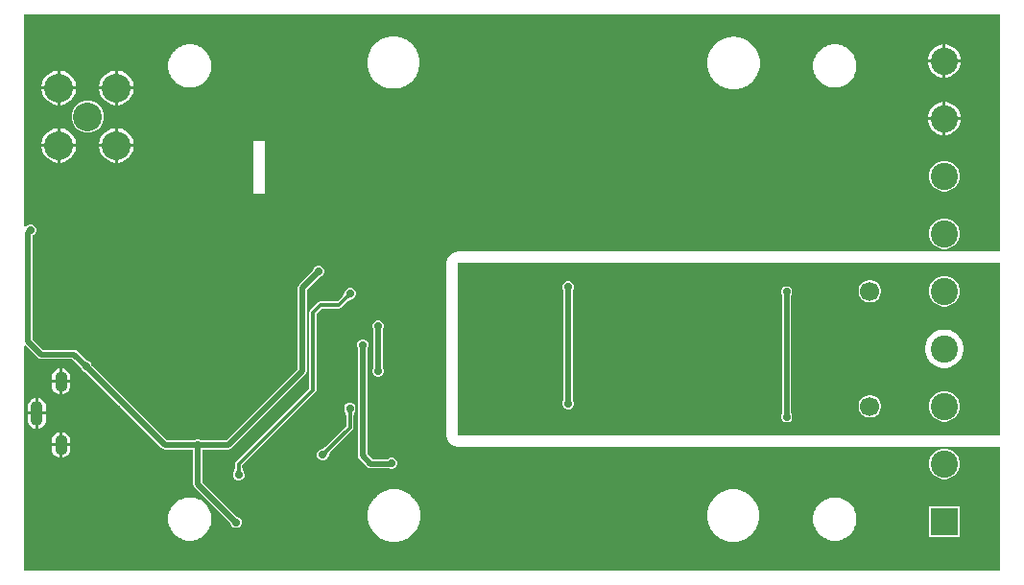
<source format=gbl>
G04*
G04 #@! TF.GenerationSoftware,Altium Limited,Altium Designer,24.3.1 (35)*
G04*
G04 Layer_Physical_Order=4*
G04 Layer_Color=16711680*
%FSLAX25Y25*%
%MOIN*%
G70*
G04*
G04 #@! TF.SameCoordinates,DD40E729-4839-4357-B32C-C6A01C06D7B0*
G04*
G04*
G04 #@! TF.FilePolarity,Positive*
G04*
G01*
G75*
%ADD18C,0.00236*%
%ADD74C,0.06693*%
%ADD78C,0.01968*%
%ADD84C,0.01181*%
%ADD85O,0.04331X0.08661*%
%ADD86O,0.04331X0.07087*%
%ADD87C,0.09449*%
%ADD88R,0.09449X0.09449*%
%ADD89C,0.10000*%
%ADD90C,0.02756*%
G36*
X-175291Y75240D02*
X-363576D01*
Y135118D01*
X-175291D01*
Y75240D01*
D02*
G37*
G36*
Y139089D02*
X-363576D01*
X-364604Y138954D01*
X-365562Y138557D01*
X-366384Y137926D01*
X-367015Y137104D01*
X-367412Y136146D01*
X-367547Y135118D01*
Y75240D01*
X-367412Y74212D01*
X-367015Y73254D01*
X-366384Y72432D01*
X-365562Y71801D01*
X-364604Y71404D01*
X-363576Y71269D01*
X-175291D01*
Y28076D01*
X-514206D01*
Y106228D01*
X-513706Y106435D01*
X-509521Y102251D01*
X-509521Y102251D01*
X-509000Y101902D01*
X-508386Y101780D01*
X-508386Y101780D01*
X-497555D01*
X-494803Y99028D01*
Y98939D01*
X-494503Y98216D01*
X-493950Y97662D01*
X-493226Y97362D01*
X-493137D01*
X-466553Y70778D01*
X-466553Y70778D01*
X-466032Y70430D01*
X-465418Y70308D01*
X-465418Y70308D01*
X-455567D01*
Y58331D01*
X-455567Y58331D01*
X-455444Y57717D01*
X-455096Y57196D01*
X-442638Y44737D01*
Y44648D01*
X-442338Y43924D01*
X-441784Y43371D01*
X-441061Y43071D01*
X-440278D01*
X-439554Y43371D01*
X-439001Y43924D01*
X-438701Y44648D01*
Y45431D01*
X-439001Y46154D01*
X-439554Y46708D01*
X-440278Y47008D01*
X-440367D01*
X-452355Y58996D01*
Y70308D01*
X-443323D01*
X-443323Y70308D01*
X-442708Y70430D01*
X-442187Y70778D01*
X-416542Y96424D01*
X-416542Y96424D01*
X-416194Y96945D01*
X-416072Y97559D01*
Y125910D01*
X-411784Y130197D01*
X-411695D01*
X-410971Y130497D01*
X-410418Y131050D01*
X-410118Y131774D01*
Y132557D01*
X-410418Y133280D01*
X-410971Y133834D01*
X-411695Y134134D01*
X-412478D01*
X-413202Y133834D01*
X-413755Y133280D01*
X-414055Y132557D01*
Y132468D01*
X-418813Y127710D01*
X-419161Y127189D01*
X-419283Y126575D01*
X-419283Y126575D01*
Y98224D01*
X-443988Y73519D01*
X-452783D01*
X-452846Y73583D01*
X-453569Y73882D01*
X-454353D01*
X-455076Y73583D01*
X-455139Y73519D01*
X-464753D01*
X-490866Y99633D01*
Y99722D01*
X-491166Y100446D01*
X-491720Y100999D01*
X-492443Y101299D01*
X-492532D01*
X-495754Y104521D01*
X-496275Y104869D01*
X-496890Y104991D01*
X-496890Y104991D01*
X-507721D01*
X-511253Y108524D01*
Y144813D01*
X-510932Y144945D01*
X-510378Y145499D01*
X-510079Y146223D01*
Y147006D01*
X-510378Y147729D01*
X-510932Y148283D01*
X-511656Y148583D01*
X-512439D01*
X-513162Y148283D01*
X-513706Y147740D01*
X-513763Y147741D01*
X-514206Y147854D01*
Y221716D01*
X-175291D01*
Y139089D01*
D02*
G37*
%LPC*%
G36*
X-220033Y129291D02*
X-221070D01*
X-222071Y129023D01*
X-222969Y128505D01*
X-223702Y127772D01*
X-224220Y126874D01*
X-224488Y125873D01*
Y124836D01*
X-224220Y123835D01*
X-223702Y122937D01*
X-222969Y122204D01*
X-222071Y121686D01*
X-221070Y121417D01*
X-220033D01*
X-219032Y121686D01*
X-218134Y122204D01*
X-217401Y122937D01*
X-216882Y123835D01*
X-216614Y124836D01*
Y125873D01*
X-216882Y126874D01*
X-217401Y127772D01*
X-218134Y128505D01*
X-219032Y129023D01*
X-220033Y129291D01*
D02*
G37*
G36*
X-194025Y130669D02*
X-195424D01*
X-196776Y130307D01*
X-197988Y129607D01*
X-198977Y128618D01*
X-199677Y127406D01*
X-200039Y126054D01*
Y124655D01*
X-199677Y123303D01*
X-198977Y122091D01*
X-197988Y121101D01*
X-196776Y120402D01*
X-195424Y120039D01*
X-194025D01*
X-192673Y120402D01*
X-191461Y121101D01*
X-190471Y122091D01*
X-189772Y123303D01*
X-189409Y124655D01*
Y126054D01*
X-189772Y127406D01*
X-190471Y128618D01*
X-191461Y129607D01*
X-192673Y130307D01*
X-194025Y130669D01*
D02*
G37*
G36*
X-194065Y112047D02*
X-195384D01*
X-196677Y111790D01*
X-197895Y111285D01*
X-198991Y110553D01*
X-199923Y109621D01*
X-200656Y108525D01*
X-201160Y107307D01*
X-201417Y106014D01*
Y104695D01*
X-201160Y103402D01*
X-200656Y102184D01*
X-199923Y101088D01*
X-198991Y100156D01*
X-197895Y99423D01*
X-196677Y98919D01*
X-195384Y98661D01*
X-194065D01*
X-192772Y98919D01*
X-191554Y99423D01*
X-190458Y100156D01*
X-189526Y101088D01*
X-188793Y102184D01*
X-188289Y103402D01*
X-188031Y104695D01*
Y106014D01*
X-188289Y107307D01*
X-188793Y108525D01*
X-189526Y109621D01*
X-190458Y110553D01*
X-191554Y111285D01*
X-192772Y111790D01*
X-194065Y112047D01*
D02*
G37*
G36*
X-325002Y128740D02*
X-325785D01*
X-326509Y128440D01*
X-327063Y127887D01*
X-327362Y127163D01*
Y126380D01*
X-327063Y125657D01*
X-326849Y125443D01*
Y87549D01*
X-326944Y87454D01*
X-327244Y86730D01*
Y85947D01*
X-326944Y85224D01*
X-326391Y84670D01*
X-325667Y84370D01*
X-324884D01*
X-324161Y84670D01*
X-323607Y85224D01*
X-323307Y85947D01*
Y86730D01*
X-323607Y87454D01*
X-323637Y87484D01*
Y125868D01*
X-323425Y126380D01*
Y127163D01*
X-323725Y127887D01*
X-324279Y128440D01*
X-325002Y128740D01*
D02*
G37*
G36*
X-220033Y89291D02*
X-221070D01*
X-222071Y89023D01*
X-222969Y88505D01*
X-223702Y87772D01*
X-224220Y86874D01*
X-224488Y85873D01*
Y84836D01*
X-224220Y83835D01*
X-223702Y82937D01*
X-222969Y82204D01*
X-222071Y81686D01*
X-221070Y81417D01*
X-220033D01*
X-219032Y81686D01*
X-218134Y82204D01*
X-217401Y82937D01*
X-216882Y83835D01*
X-216614Y84836D01*
Y85873D01*
X-216882Y86874D01*
X-217401Y87772D01*
X-218134Y88505D01*
X-219032Y89023D01*
X-220033Y89291D01*
D02*
G37*
G36*
X-194025Y90669D02*
X-195424D01*
X-196776Y90307D01*
X-197988Y89607D01*
X-198977Y88618D01*
X-199677Y87406D01*
X-200039Y86054D01*
Y84655D01*
X-199677Y83303D01*
X-198977Y82091D01*
X-197988Y81101D01*
X-196776Y80402D01*
X-195424Y80039D01*
X-194025D01*
X-192673Y80402D01*
X-191461Y81101D01*
X-190471Y82091D01*
X-189772Y83303D01*
X-189409Y84655D01*
Y86054D01*
X-189772Y87406D01*
X-190471Y88618D01*
X-191461Y89607D01*
X-192673Y90307D01*
X-194025Y90669D01*
D02*
G37*
G36*
X-249097Y127047D02*
X-249880D01*
X-250603Y126748D01*
X-251157Y126194D01*
X-251457Y125470D01*
Y124687D01*
X-251157Y123964D01*
X-251094Y123900D01*
Y82911D01*
X-251157Y82847D01*
X-251457Y82124D01*
Y81341D01*
X-251157Y80617D01*
X-250603Y80063D01*
X-249880Y79764D01*
X-249097D01*
X-248373Y80063D01*
X-247819Y80617D01*
X-247520Y81341D01*
Y82124D01*
X-247819Y82847D01*
X-247883Y82911D01*
Y123900D01*
X-247819Y123964D01*
X-247520Y124687D01*
Y125470D01*
X-247819Y126194D01*
X-248373Y126748D01*
X-249097Y127047D01*
D02*
G37*
G36*
X-193971Y211079D02*
X-194224D01*
Y205854D01*
X-189000D01*
Y206108D01*
X-189390Y207564D01*
X-190144Y208869D01*
X-191209Y209935D01*
X-192515Y210689D01*
X-193971Y211079D01*
D02*
G37*
G36*
X-195224D02*
X-195478D01*
X-196934Y210689D01*
X-198239Y209935D01*
X-199305Y208869D01*
X-200059Y207564D01*
X-200449Y206108D01*
Y205854D01*
X-195224D01*
Y211079D01*
D02*
G37*
G36*
X-189000Y204854D02*
X-194224D01*
Y199630D01*
X-193971D01*
X-192515Y200020D01*
X-191209Y200774D01*
X-190144Y201839D01*
X-189390Y203145D01*
X-189000Y204601D01*
Y204854D01*
D02*
G37*
G36*
X-195224D02*
X-200449D01*
Y204601D01*
X-200059Y203145D01*
X-199305Y201839D01*
X-198239Y200774D01*
X-196934Y200020D01*
X-195478Y199630D01*
X-195224D01*
Y204854D01*
D02*
G37*
G36*
X-481614Y202063D02*
X-481705D01*
Y196563D01*
X-476205D01*
Y196654D01*
X-476435Y197813D01*
X-476888Y198905D01*
X-477544Y199888D01*
X-478380Y200724D01*
X-479363Y201380D01*
X-480455Y201832D01*
X-481614Y202063D01*
D02*
G37*
G36*
X-482705D02*
X-482796D01*
X-483955Y201832D01*
X-485047Y201380D01*
X-486029Y200724D01*
X-486865Y199888D01*
X-487522Y198905D01*
X-487974Y197813D01*
X-488205Y196654D01*
Y196563D01*
X-482705D01*
Y202063D01*
D02*
G37*
G36*
X-501614D02*
X-501705D01*
Y196563D01*
X-496205D01*
Y196654D01*
X-496435Y197813D01*
X-496888Y198905D01*
X-497544Y199888D01*
X-498380Y200724D01*
X-499363Y201380D01*
X-500455Y201832D01*
X-501614Y202063D01*
D02*
G37*
G36*
X-502705D02*
X-502796D01*
X-503955Y201832D01*
X-505047Y201380D01*
X-506030Y200724D01*
X-506865Y199888D01*
X-507522Y198905D01*
X-507974Y197813D01*
X-508205Y196654D01*
Y196563D01*
X-502705D01*
Y202063D01*
D02*
G37*
G36*
X-232159Y211147D02*
X-233322D01*
X-233477Y211117D01*
X-233635D01*
X-234776Y210890D01*
X-234922Y210829D01*
X-235078Y210798D01*
X-236152Y210353D01*
X-236284Y210265D01*
X-236430Y210205D01*
X-237397Y209558D01*
X-237509Y209447D01*
X-237640Y209359D01*
X-238463Y208536D01*
X-238551Y208405D01*
X-238663Y208293D01*
X-239309Y207326D01*
X-239369Y207179D01*
X-239457Y207048D01*
X-239902Y205973D01*
X-239933Y205818D01*
X-239994Y205672D01*
X-240221Y204531D01*
Y204373D01*
X-240252Y204218D01*
Y203055D01*
X-240221Y202900D01*
Y202741D01*
X-239994Y201600D01*
X-239933Y201454D01*
X-239902Y201299D01*
X-239457Y200224D01*
X-239369Y200093D01*
X-239309Y199947D01*
X-238663Y198980D01*
X-238551Y198868D01*
X-238463Y198736D01*
X-237640Y197914D01*
X-237509Y197826D01*
X-237397Y197714D01*
X-236430Y197068D01*
X-236284Y197007D01*
X-236152Y196919D01*
X-235078Y196474D01*
X-234922Y196443D01*
X-234776Y196383D01*
X-233635Y196156D01*
X-233477D01*
X-233322Y196125D01*
X-232159D01*
X-232004Y196156D01*
X-231846D01*
X-230705Y196383D01*
X-230559Y196443D01*
X-230403Y196474D01*
X-229329Y196919D01*
X-229197Y197007D01*
X-229051Y197068D01*
X-228084Y197714D01*
X-227972Y197826D01*
X-227841Y197914D01*
X-227018Y198736D01*
X-226930Y198868D01*
X-226818Y198980D01*
X-226172Y199947D01*
X-226112Y200093D01*
X-226024Y200224D01*
X-225578Y201299D01*
X-225548Y201454D01*
X-225487Y201600D01*
X-225260Y202741D01*
Y202900D01*
X-225229Y203055D01*
Y204218D01*
X-225260Y204373D01*
Y204531D01*
X-225487Y205672D01*
X-225548Y205818D01*
X-225578Y205973D01*
X-226024Y207048D01*
X-226112Y207179D01*
X-226172Y207326D01*
X-226818Y208293D01*
X-226930Y208405D01*
X-227018Y208536D01*
X-227841Y209359D01*
X-227972Y209447D01*
X-228084Y209558D01*
X-229051Y210205D01*
X-229197Y210265D01*
X-229329Y210353D01*
X-230403Y210798D01*
X-230559Y210829D01*
X-230705Y210890D01*
X-231846Y211117D01*
X-232004D01*
X-232159Y211147D01*
D02*
G37*
G36*
X-456175D02*
X-457338D01*
X-457493Y211117D01*
X-457651D01*
X-458792Y210890D01*
X-458938Y210829D01*
X-459093Y210798D01*
X-460168Y210353D01*
X-460299Y210265D01*
X-460446Y210205D01*
X-461413Y209558D01*
X-461525Y209447D01*
X-461656Y209359D01*
X-462479Y208536D01*
X-462567Y208405D01*
X-462678Y208293D01*
X-463325Y207326D01*
X-463385Y207179D01*
X-463473Y207048D01*
X-463918Y205973D01*
X-463949Y205818D01*
X-464010Y205672D01*
X-464236Y204531D01*
Y204373D01*
X-464267Y204218D01*
Y203055D01*
X-464236Y202900D01*
Y202741D01*
X-464010Y201600D01*
X-463949Y201454D01*
X-463918Y201299D01*
X-463473Y200224D01*
X-463385Y200093D01*
X-463325Y199947D01*
X-462678Y198980D01*
X-462567Y198868D01*
X-462479Y198736D01*
X-461656Y197914D01*
X-461525Y197826D01*
X-461413Y197714D01*
X-460446Y197068D01*
X-460299Y197007D01*
X-460168Y196919D01*
X-459093Y196474D01*
X-458938Y196443D01*
X-458792Y196383D01*
X-457651Y196156D01*
X-457493D01*
X-457338Y196125D01*
X-456175D01*
X-456019Y196156D01*
X-455861D01*
X-454720Y196383D01*
X-454574Y196443D01*
X-454419Y196474D01*
X-453344Y196919D01*
X-453213Y197007D01*
X-453067Y197068D01*
X-452100Y197714D01*
X-451988Y197826D01*
X-451856Y197914D01*
X-451034Y198736D01*
X-450946Y198868D01*
X-450834Y198980D01*
X-450188Y199947D01*
X-450127Y200093D01*
X-450039Y200224D01*
X-449594Y201299D01*
X-449563Y201454D01*
X-449503Y201600D01*
X-449276Y202741D01*
Y202900D01*
X-449245Y203055D01*
Y204218D01*
X-449276Y204373D01*
Y204531D01*
X-449503Y205672D01*
X-449563Y205818D01*
X-449594Y205973D01*
X-450039Y207048D01*
X-450127Y207179D01*
X-450188Y207326D01*
X-450834Y208293D01*
X-450946Y208405D01*
X-451034Y208536D01*
X-451856Y209359D01*
X-451988Y209447D01*
X-452100Y209558D01*
X-453067Y210205D01*
X-453213Y210265D01*
X-453344Y210353D01*
X-454419Y210798D01*
X-454574Y210829D01*
X-454720Y210890D01*
X-455861Y211117D01*
X-456019D01*
X-456175Y211147D01*
D02*
G37*
G36*
X-385285Y213952D02*
X-386763D01*
X-386918Y213921D01*
X-387076D01*
X-388526Y213633D01*
X-388672Y213572D01*
X-388827Y213541D01*
X-390192Y212976D01*
X-390324Y212888D01*
X-390470Y212827D01*
X-391699Y212006D01*
X-391811Y211894D01*
X-391942Y211806D01*
X-392987Y210761D01*
X-393075Y210630D01*
X-393187Y210518D01*
X-394008Y209289D01*
X-394069Y209143D01*
X-394157Y209011D01*
X-394722Y207646D01*
X-394753Y207491D01*
X-394814Y207345D01*
X-395102Y205895D01*
Y205737D01*
X-395133Y205582D01*
Y204103D01*
X-395102Y203948D01*
Y203790D01*
X-394814Y202341D01*
X-394753Y202194D01*
X-394722Y202039D01*
X-394157Y200674D01*
X-394069Y200542D01*
X-394008Y200396D01*
X-393187Y199167D01*
X-393075Y199055D01*
X-392987Y198924D01*
X-391942Y197879D01*
X-391811Y197791D01*
X-391699Y197679D01*
X-390470Y196858D01*
X-390324Y196797D01*
X-390192Y196710D01*
X-388827Y196144D01*
X-388672Y196113D01*
X-388526Y196053D01*
X-387076Y195764D01*
X-386918D01*
X-386763Y195733D01*
X-385285D01*
X-385129Y195764D01*
X-384971D01*
X-383522Y196053D01*
X-383376Y196113D01*
X-383220Y196144D01*
X-381855Y196710D01*
X-381723Y196797D01*
X-381577Y196858D01*
X-380348Y197679D01*
X-380237Y197791D01*
X-380105Y197879D01*
X-379060Y198924D01*
X-378972Y199055D01*
X-378860Y199167D01*
X-378039Y200396D01*
X-377978Y200542D01*
X-377891Y200674D01*
X-377325Y202039D01*
X-377294Y202194D01*
X-377234Y202341D01*
X-376945Y203790D01*
Y203948D01*
X-376914Y204103D01*
Y205582D01*
X-376945Y205737D01*
Y205895D01*
X-377234Y207345D01*
X-377294Y207491D01*
X-377325Y207646D01*
X-377891Y209011D01*
X-377978Y209143D01*
X-378039Y209289D01*
X-378860Y210518D01*
X-378972Y210630D01*
X-379060Y210761D01*
X-380105Y211806D01*
X-380237Y211894D01*
X-380348Y212006D01*
X-381577Y212827D01*
X-381723Y212888D01*
X-381855Y212976D01*
X-383220Y213541D01*
X-383376Y213572D01*
X-383522Y213633D01*
X-384971Y213921D01*
X-385129D01*
X-385285Y213952D01*
D02*
G37*
G36*
X-267174Y213755D02*
X-268652D01*
X-268808Y213724D01*
X-268966D01*
X-270415Y213436D01*
X-270562Y213375D01*
X-270717Y213344D01*
X-272082Y212779D01*
X-272214Y212691D01*
X-272360Y212630D01*
X-273589Y211809D01*
X-273700Y211697D01*
X-273832Y211610D01*
X-274877Y210564D01*
X-274965Y210433D01*
X-275077Y210321D01*
X-275898Y209092D01*
X-275958Y208946D01*
X-276046Y208814D01*
X-276612Y207449D01*
X-276643Y207294D01*
X-276703Y207148D01*
X-276992Y205698D01*
Y205540D01*
X-277023Y205385D01*
Y203907D01*
X-276992Y203751D01*
Y203593D01*
X-276703Y202144D01*
X-276643Y201998D01*
X-276612Y201842D01*
X-276046Y200477D01*
X-275958Y200345D01*
X-275898Y200199D01*
X-275077Y198970D01*
X-274965Y198859D01*
X-274877Y198727D01*
X-273832Y197682D01*
X-273700Y197594D01*
X-273589Y197482D01*
X-272360Y196661D01*
X-272214Y196600D01*
X-272082Y196513D01*
X-270717Y195947D01*
X-270562Y195916D01*
X-270415Y195856D01*
X-268966Y195567D01*
X-268808D01*
X-268652Y195536D01*
X-267174D01*
X-267019Y195567D01*
X-266861D01*
X-265411Y195856D01*
X-265265Y195916D01*
X-265110Y195947D01*
X-263745Y196513D01*
X-263613Y196600D01*
X-263467Y196661D01*
X-262238Y197482D01*
X-262126Y197594D01*
X-261995Y197682D01*
X-260950Y198727D01*
X-260862Y198859D01*
X-260750Y198970D01*
X-259929Y200199D01*
X-259868Y200345D01*
X-259780Y200477D01*
X-259215Y201842D01*
X-259184Y201998D01*
X-259123Y202144D01*
X-258835Y203593D01*
Y203751D01*
X-258804Y203907D01*
Y205385D01*
X-258835Y205540D01*
Y205698D01*
X-259123Y207148D01*
X-259184Y207294D01*
X-259215Y207449D01*
X-259780Y208814D01*
X-259868Y208946D01*
X-259929Y209092D01*
X-260750Y210321D01*
X-260862Y210433D01*
X-260950Y210564D01*
X-261995Y211610D01*
X-262126Y211697D01*
X-262238Y211809D01*
X-263467Y212630D01*
X-263613Y212691D01*
X-263745Y212779D01*
X-265110Y213344D01*
X-265265Y213375D01*
X-265411Y213436D01*
X-266861Y213724D01*
X-267019D01*
X-267174Y213755D01*
D02*
G37*
G36*
X-476205Y195563D02*
X-481705D01*
Y190063D01*
X-481614D01*
X-480455Y190294D01*
X-479363Y190746D01*
X-478380Y191402D01*
X-477544Y192238D01*
X-476888Y193221D01*
X-476435Y194313D01*
X-476205Y195472D01*
Y195563D01*
D02*
G37*
G36*
X-482705D02*
X-488205D01*
Y195472D01*
X-487974Y194313D01*
X-487522Y193221D01*
X-486865Y192238D01*
X-486029Y191402D01*
X-485047Y190746D01*
X-483955Y190294D01*
X-482796Y190063D01*
X-482705D01*
Y195563D01*
D02*
G37*
G36*
X-496205D02*
X-501705D01*
Y190063D01*
X-501614D01*
X-500455Y190294D01*
X-499363Y190746D01*
X-498380Y191402D01*
X-497544Y192238D01*
X-496888Y193221D01*
X-496435Y194313D01*
X-496205Y195472D01*
Y195563D01*
D02*
G37*
G36*
X-502705D02*
X-508205D01*
Y195472D01*
X-507974Y194313D01*
X-507522Y193221D01*
X-506865Y192238D01*
X-506030Y191402D01*
X-505047Y190746D01*
X-503955Y190294D01*
X-502796Y190063D01*
X-502705D01*
Y195563D01*
D02*
G37*
G36*
X-193971Y191079D02*
X-194224D01*
Y185854D01*
X-189000D01*
Y186108D01*
X-189390Y187564D01*
X-190144Y188869D01*
X-191209Y189935D01*
X-192515Y190689D01*
X-193971Y191079D01*
D02*
G37*
G36*
X-195224D02*
X-195478D01*
X-196934Y190689D01*
X-198239Y189935D01*
X-199305Y188869D01*
X-200059Y187564D01*
X-200449Y186108D01*
Y185854D01*
X-195224D01*
Y191079D01*
D02*
G37*
G36*
X-491469Y191654D02*
X-492941D01*
X-494363Y191273D01*
X-495637Y190536D01*
X-496678Y189496D01*
X-497414Y188221D01*
X-497795Y186799D01*
Y185327D01*
X-497414Y183905D01*
X-496678Y182630D01*
X-495637Y181589D01*
X-494363Y180853D01*
X-492941Y180472D01*
X-491469D01*
X-490047Y180853D01*
X-488772Y181589D01*
X-487731Y182630D01*
X-486995Y183905D01*
X-486614Y185327D01*
Y186799D01*
X-486995Y188221D01*
X-487731Y189496D01*
X-488772Y190536D01*
X-490047Y191273D01*
X-491469Y191654D01*
D02*
G37*
G36*
X-189000Y184854D02*
X-194224D01*
Y179630D01*
X-193971D01*
X-192515Y180020D01*
X-191209Y180774D01*
X-190144Y181840D01*
X-189390Y183145D01*
X-189000Y184601D01*
Y184854D01*
D02*
G37*
G36*
X-195224D02*
X-200449D01*
Y184601D01*
X-200059Y183145D01*
X-199305Y181840D01*
X-198239Y180774D01*
X-196934Y180020D01*
X-195478Y179630D01*
X-195224D01*
Y184854D01*
D02*
G37*
G36*
X-481614Y182063D02*
X-481705D01*
Y176563D01*
X-476205D01*
Y176654D01*
X-476435Y177813D01*
X-476888Y178905D01*
X-477544Y179888D01*
X-478380Y180724D01*
X-479363Y181380D01*
X-480455Y181832D01*
X-481614Y182063D01*
D02*
G37*
G36*
X-482705D02*
X-482796D01*
X-483955Y181832D01*
X-485047Y181380D01*
X-486029Y180724D01*
X-486865Y179888D01*
X-487522Y178905D01*
X-487974Y177813D01*
X-488205Y176654D01*
Y176563D01*
X-482705D01*
Y182063D01*
D02*
G37*
G36*
X-501614D02*
X-501705D01*
Y176563D01*
X-496205D01*
Y176654D01*
X-496435Y177813D01*
X-496888Y178905D01*
X-497544Y179888D01*
X-498380Y180724D01*
X-499363Y181380D01*
X-500455Y181832D01*
X-501614Y182063D01*
D02*
G37*
G36*
X-502705D02*
X-502796D01*
X-503955Y181832D01*
X-505047Y181380D01*
X-506030Y180724D01*
X-506865Y179888D01*
X-507522Y178905D01*
X-507974Y177813D01*
X-508205Y176654D01*
Y176563D01*
X-502705D01*
Y182063D01*
D02*
G37*
G36*
X-476205Y175563D02*
X-481705D01*
Y170063D01*
X-481614D01*
X-480455Y170294D01*
X-479363Y170746D01*
X-478380Y171403D01*
X-477544Y172238D01*
X-476888Y173221D01*
X-476435Y174313D01*
X-476205Y175472D01*
Y175563D01*
D02*
G37*
G36*
X-482705D02*
X-488205D01*
Y175472D01*
X-487974Y174313D01*
X-487522Y173221D01*
X-486865Y172238D01*
X-486029Y171403D01*
X-485047Y170746D01*
X-483955Y170294D01*
X-482796Y170063D01*
X-482705D01*
Y175563D01*
D02*
G37*
G36*
X-496205D02*
X-501705D01*
Y170063D01*
X-501614D01*
X-500455Y170294D01*
X-499363Y170746D01*
X-498380Y171403D01*
X-497544Y172238D01*
X-496888Y173221D01*
X-496435Y174313D01*
X-496205Y175472D01*
Y175563D01*
D02*
G37*
G36*
X-502705D02*
X-508205D01*
Y175472D01*
X-507974Y174313D01*
X-507522Y173221D01*
X-506865Y172238D01*
X-506030Y171403D01*
X-505047Y170746D01*
X-503955Y170294D01*
X-502796Y170063D01*
X-502705D01*
Y175563D01*
D02*
G37*
G36*
X-194025Y170669D02*
X-195424D01*
X-196776Y170307D01*
X-197988Y169607D01*
X-198977Y168618D01*
X-199677Y167406D01*
X-200039Y166054D01*
Y164655D01*
X-199677Y163303D01*
X-198977Y162091D01*
X-197988Y161101D01*
X-196776Y160402D01*
X-195424Y160039D01*
X-194025D01*
X-192673Y160402D01*
X-191461Y161101D01*
X-190471Y162091D01*
X-189772Y163303D01*
X-189409Y164655D01*
Y166054D01*
X-189772Y167406D01*
X-190471Y168618D01*
X-191461Y169607D01*
X-192673Y170307D01*
X-194025Y170669D01*
D02*
G37*
G36*
X-430630Y177638D02*
X-434571D01*
X-434619Y168411D01*
X-434571Y159191D01*
X-430630D01*
Y177638D01*
D02*
G37*
G36*
X-194025Y150669D02*
X-195424D01*
X-196776Y150307D01*
X-197988Y149607D01*
X-198977Y148618D01*
X-199677Y147406D01*
X-200039Y146054D01*
Y144655D01*
X-199677Y143303D01*
X-198977Y142091D01*
X-197988Y141101D01*
X-196776Y140402D01*
X-195424Y140039D01*
X-194025D01*
X-192673Y140402D01*
X-191461Y141101D01*
X-190471Y142091D01*
X-189772Y143303D01*
X-189409Y144655D01*
Y146054D01*
X-189772Y147406D01*
X-190471Y148618D01*
X-191461Y149607D01*
X-192673Y150307D01*
X-194025Y150669D01*
D02*
G37*
G36*
X-400632Y126496D02*
X-401415D01*
X-402139Y126196D01*
X-402692Y125643D01*
X-402905Y125128D01*
X-402947Y125103D01*
X-402956Y125090D01*
X-402969Y125082D01*
X-403048Y124964D01*
X-403131Y124850D01*
X-403134Y124834D01*
X-403143Y124821D01*
X-403171Y124682D01*
X-403204Y124545D01*
X-403206Y124480D01*
X-403210Y124453D01*
X-403217Y124422D01*
X-403229Y124387D01*
X-403247Y124346D01*
X-403273Y124298D01*
X-403308Y124244D01*
X-403352Y124184D01*
X-403408Y124118D01*
X-403489Y124032D01*
X-403567Y123909D01*
X-403648Y123787D01*
X-403650Y123777D01*
X-403656Y123768D01*
X-403681Y123623D01*
X-403693Y123561D01*
X-405499Y121755D01*
X-411457D01*
X-411917Y121664D01*
X-412308Y121403D01*
X-412308Y121403D01*
X-414867Y118844D01*
X-415128Y118453D01*
X-415220Y117992D01*
X-415220Y117992D01*
Y91562D01*
X-440655Y66127D01*
X-440916Y65736D01*
X-441007Y65276D01*
X-441007Y65276D01*
Y64027D01*
X-441043Y63974D01*
X-441127Y63855D01*
X-441129Y63845D01*
X-441135Y63836D01*
X-441164Y63692D01*
X-441196Y63550D01*
X-441199Y63432D01*
X-441207Y63347D01*
X-441218Y63273D01*
X-441231Y63210D01*
X-441247Y63158D01*
X-441263Y63116D01*
X-441280Y63082D01*
X-441296Y63055D01*
X-441313Y63034D01*
X-441357Y62986D01*
X-441431Y62866D01*
X-441509Y62748D01*
X-441513Y62732D01*
X-441521Y62719D01*
X-441543Y62579D01*
X-441571Y62441D01*
X-441567Y62425D01*
X-441570Y62409D01*
X-441559Y62362D01*
X-441772Y61848D01*
Y61065D01*
X-441472Y60342D01*
X-440918Y59788D01*
X-440195Y59488D01*
X-439412D01*
X-438688Y59788D01*
X-438134Y60342D01*
X-437835Y61065D01*
Y61848D01*
X-438048Y62362D01*
X-438036Y62409D01*
X-438039Y62425D01*
X-438036Y62441D01*
X-438063Y62579D01*
X-438085Y62719D01*
X-438094Y62732D01*
X-438097Y62748D01*
X-438175Y62866D01*
X-438249Y62986D01*
X-438293Y63034D01*
X-438310Y63056D01*
X-438326Y63082D01*
X-438343Y63116D01*
X-438359Y63158D01*
X-438375Y63210D01*
X-438389Y63273D01*
X-438400Y63347D01*
X-438407Y63432D01*
X-438410Y63550D01*
X-438442Y63692D01*
X-438471Y63836D01*
X-438477Y63845D01*
X-438479Y63855D01*
X-438564Y63974D01*
X-438599Y64027D01*
Y64777D01*
X-413164Y90211D01*
X-412903Y90602D01*
X-412812Y91063D01*
Y117493D01*
X-410958Y119347D01*
X-405000D01*
X-405000Y119347D01*
X-404539Y119439D01*
X-404148Y119700D01*
X-401990Y121858D01*
X-401928Y121871D01*
X-401784Y121895D01*
X-401774Y121901D01*
X-401764Y121903D01*
X-401642Y121985D01*
X-401519Y122062D01*
X-401433Y122143D01*
X-401368Y122199D01*
X-401308Y122243D01*
X-401253Y122278D01*
X-401206Y122304D01*
X-401164Y122322D01*
X-401129Y122334D01*
X-401098Y122341D01*
X-401071Y122345D01*
X-401006Y122347D01*
X-400869Y122380D01*
X-400730Y122408D01*
X-400717Y122417D01*
X-400701Y122421D01*
X-400587Y122504D01*
X-400470Y122582D01*
X-400461Y122595D01*
X-400448Y122605D01*
X-400423Y122646D01*
X-399909Y122859D01*
X-399355Y123413D01*
X-399055Y124136D01*
Y124919D01*
X-399355Y125643D01*
X-399909Y126196D01*
X-400632Y126496D01*
D02*
G37*
G36*
X-390975Y115236D02*
X-391758D01*
X-392481Y114936D01*
X-393035Y114383D01*
X-393335Y113659D01*
Y112876D01*
X-393035Y112153D01*
X-392972Y112090D01*
Y98703D01*
X-392984Y98690D01*
X-393284Y97967D01*
Y97184D01*
X-392984Y96460D01*
X-392431Y95907D01*
X-391707Y95607D01*
X-390924D01*
X-390200Y95907D01*
X-389647Y96460D01*
X-389347Y97184D01*
Y97967D01*
X-389647Y98690D01*
X-389761Y98804D01*
Y112090D01*
X-389698Y112153D01*
X-389398Y112876D01*
Y113659D01*
X-389698Y114383D01*
X-390251Y114936D01*
X-390975Y115236D01*
D02*
G37*
G36*
X-500957Y98481D02*
Y94476D01*
X-498264D01*
Y95354D01*
X-498373Y96181D01*
X-498692Y96951D01*
X-499199Y97612D01*
X-499860Y98119D01*
X-500630Y98438D01*
X-500957Y98481D01*
D02*
G37*
G36*
X-501957Y98481D02*
X-502283Y98438D01*
X-503053Y98119D01*
X-503714Y97612D01*
X-504222Y96951D01*
X-504540Y96181D01*
X-504649Y95354D01*
Y94476D01*
X-501957D01*
Y98481D01*
D02*
G37*
G36*
Y93476D02*
X-504649D01*
Y92598D01*
X-504540Y91772D01*
X-504222Y91002D01*
X-503714Y90341D01*
X-503053Y89833D01*
X-502283Y89514D01*
X-501957Y89472D01*
Y93476D01*
D02*
G37*
G36*
X-498264D02*
X-500957D01*
Y89472D01*
X-500630Y89514D01*
X-499860Y89833D01*
X-499199Y90341D01*
X-498692Y91002D01*
X-498373Y91772D01*
X-498264Y92598D01*
Y93476D01*
D02*
G37*
G36*
X-509421Y88245D02*
Y83453D01*
X-506729D01*
Y85118D01*
X-506837Y85944D01*
X-507156Y86714D01*
X-507664Y87376D01*
X-508325Y87883D01*
X-509095Y88202D01*
X-509421Y88245D01*
D02*
G37*
G36*
X-510421D02*
X-510748Y88202D01*
X-511518Y87883D01*
X-512179Y87376D01*
X-512686Y86714D01*
X-513005Y85944D01*
X-513114Y85118D01*
Y83453D01*
X-510421D01*
Y88245D01*
D02*
G37*
G36*
Y82453D02*
X-513114D01*
Y80787D01*
X-513005Y79961D01*
X-512686Y79191D01*
X-512179Y78530D01*
X-511518Y78022D01*
X-510748Y77703D01*
X-510421Y77661D01*
Y82453D01*
D02*
G37*
G36*
X-506729D02*
X-509421D01*
Y77661D01*
X-509095Y77703D01*
X-508325Y78022D01*
X-507664Y78530D01*
X-507156Y79191D01*
X-506837Y79961D01*
X-506729Y80787D01*
Y82453D01*
D02*
G37*
G36*
X-500957Y76434D02*
Y72429D01*
X-498264D01*
Y73307D01*
X-498373Y74133D01*
X-498692Y74903D01*
X-499199Y75565D01*
X-499860Y76072D01*
X-500630Y76391D01*
X-500957Y76434D01*
D02*
G37*
G36*
X-501957Y76434D02*
X-502283Y76391D01*
X-503053Y76072D01*
X-503714Y75565D01*
X-504222Y74903D01*
X-504540Y74133D01*
X-504649Y73307D01*
Y72429D01*
X-501957D01*
Y76434D01*
D02*
G37*
G36*
Y71429D02*
X-504649D01*
Y70551D01*
X-504540Y69725D01*
X-504222Y68955D01*
X-503714Y68294D01*
X-503053Y67786D01*
X-502283Y67467D01*
X-501957Y67424D01*
Y71429D01*
D02*
G37*
G36*
X-498264D02*
X-500957D01*
Y67424D01*
X-500630Y67467D01*
X-499860Y67786D01*
X-499199Y68294D01*
X-498692Y68955D01*
X-498373Y69725D01*
X-498264Y70551D01*
Y71429D01*
D02*
G37*
G36*
X-400789Y86614D02*
X-401573D01*
X-402296Y86314D01*
X-402850Y85761D01*
X-403150Y85037D01*
Y84254D01*
X-402937Y83740D01*
X-402948Y83693D01*
X-402945Y83677D01*
X-402949Y83662D01*
X-402921Y83523D01*
X-402899Y83384D01*
X-402890Y83370D01*
X-402887Y83354D01*
X-402809Y83237D01*
X-402735Y83117D01*
X-402691Y83069D01*
X-402674Y83047D01*
X-402658Y83020D01*
X-402641Y82987D01*
X-402625Y82945D01*
X-402609Y82893D01*
X-402596Y82830D01*
X-402585Y82756D01*
X-402577Y82670D01*
X-402574Y82553D01*
X-402542Y82410D01*
X-402513Y82267D01*
X-402507Y82258D01*
X-402505Y82247D01*
X-402421Y82128D01*
X-402385Y82075D01*
Y78373D01*
X-409624Y71134D01*
X-409686Y71122D01*
X-409831Y71097D01*
X-409840Y71091D01*
X-409850Y71089D01*
X-409972Y71008D01*
X-410096Y70930D01*
X-410181Y70849D01*
X-410247Y70793D01*
X-410307Y70749D01*
X-410361Y70714D01*
X-410408Y70688D01*
X-410450Y70670D01*
X-410485Y70658D01*
X-410516Y70651D01*
X-410543Y70647D01*
X-410608Y70645D01*
X-410745Y70612D01*
X-410884Y70584D01*
X-410897Y70575D01*
X-410913Y70572D01*
X-411027Y70488D01*
X-411144Y70410D01*
X-411153Y70397D01*
X-411166Y70388D01*
X-411192Y70346D01*
X-411706Y70133D01*
X-412259Y69580D01*
X-412559Y68856D01*
Y68073D01*
X-412259Y67349D01*
X-411706Y66796D01*
X-410982Y66496D01*
X-410199D01*
X-409476Y66796D01*
X-408922Y67349D01*
X-408709Y67864D01*
X-408668Y67889D01*
X-408658Y67902D01*
X-408645Y67911D01*
X-408567Y68028D01*
X-408484Y68142D01*
X-408480Y68158D01*
X-408471Y68171D01*
X-408443Y68310D01*
X-408410Y68447D01*
X-408408Y68512D01*
X-408404Y68539D01*
X-408397Y68570D01*
X-408385Y68605D01*
X-408367Y68647D01*
X-408341Y68694D01*
X-408306Y68749D01*
X-408262Y68809D01*
X-408206Y68874D01*
X-408125Y68960D01*
X-408047Y69083D01*
X-407966Y69205D01*
X-407964Y69215D01*
X-407958Y69225D01*
X-407934Y69369D01*
X-407921Y69431D01*
X-400330Y77022D01*
X-400330Y77022D01*
X-400069Y77413D01*
X-399977Y77874D01*
Y82075D01*
X-399942Y82128D01*
X-399857Y82247D01*
X-399855Y82258D01*
X-399849Y82267D01*
X-399820Y82410D01*
X-399788Y82553D01*
X-399785Y82670D01*
X-399778Y82756D01*
X-399767Y82830D01*
X-399753Y82893D01*
X-399737Y82945D01*
X-399721Y82986D01*
X-399704Y83020D01*
X-399688Y83047D01*
X-399671Y83069D01*
X-399627Y83117D01*
X-399553Y83237D01*
X-399475Y83354D01*
X-399472Y83370D01*
X-399463Y83384D01*
X-399441Y83523D01*
X-399414Y83662D01*
X-399417Y83677D01*
X-399414Y83693D01*
X-399426Y83740D01*
X-399213Y84254D01*
Y85037D01*
X-399512Y85761D01*
X-400066Y86314D01*
X-400789Y86614D01*
D02*
G37*
G36*
X-396380Y108661D02*
X-397163D01*
X-397887Y108362D01*
X-398441Y107808D01*
X-398740Y107085D01*
Y106301D01*
X-398441Y105578D01*
X-398377Y105515D01*
Y68189D01*
X-398377Y68189D01*
X-398255Y67575D01*
X-397907Y67054D01*
X-395072Y64219D01*
X-395072Y64219D01*
X-394551Y63871D01*
X-393937Y63749D01*
X-393937Y63749D01*
X-387636D01*
X-387045Y63504D01*
X-386262D01*
X-385539Y63804D01*
X-384985Y64357D01*
X-384685Y65081D01*
Y65864D01*
X-384985Y66588D01*
X-385539Y67141D01*
X-386262Y67441D01*
X-387045D01*
X-387769Y67141D01*
X-387950Y66960D01*
X-393272D01*
X-395166Y68854D01*
Y105515D01*
X-395103Y105578D01*
X-394803Y106301D01*
Y107085D01*
X-395103Y107808D01*
X-395657Y108362D01*
X-396380Y108661D01*
D02*
G37*
G36*
X-194025Y70669D02*
X-195424D01*
X-196776Y70307D01*
X-197988Y69607D01*
X-198977Y68618D01*
X-199677Y67406D01*
X-200039Y66054D01*
Y64655D01*
X-199677Y63303D01*
X-198977Y62091D01*
X-197988Y61101D01*
X-196776Y60402D01*
X-195424Y60039D01*
X-194025D01*
X-192673Y60402D01*
X-191461Y61101D01*
X-190471Y62091D01*
X-189772Y63303D01*
X-189409Y64655D01*
Y66054D01*
X-189772Y67406D01*
X-190471Y68618D01*
X-191461Y69607D01*
X-192673Y70307D01*
X-194025Y70669D01*
D02*
G37*
G36*
X-189409Y50669D02*
X-200039D01*
Y40039D01*
X-189409D01*
Y50669D01*
D02*
G37*
G36*
X-456175Y53692D02*
X-457338D01*
X-457493Y53662D01*
X-457651D01*
X-458792Y53435D01*
X-458938Y53374D01*
X-459093Y53343D01*
X-460168Y52898D01*
X-460299Y52810D01*
X-460446Y52750D01*
X-461413Y52103D01*
X-461525Y51991D01*
X-461656Y51904D01*
X-462479Y51081D01*
X-462567Y50950D01*
X-462678Y50838D01*
X-463325Y49871D01*
X-463385Y49725D01*
X-463473Y49593D01*
X-463918Y48518D01*
X-463949Y48363D01*
X-464010Y48217D01*
X-464236Y47076D01*
Y46918D01*
X-464267Y46763D01*
Y45600D01*
X-464236Y45445D01*
Y45286D01*
X-464010Y44145D01*
X-463949Y43999D01*
X-463918Y43844D01*
X-463473Y42770D01*
X-463385Y42638D01*
X-463325Y42492D01*
X-462678Y41525D01*
X-462567Y41413D01*
X-462479Y41281D01*
X-461656Y40459D01*
X-461525Y40371D01*
X-461413Y40259D01*
X-460446Y39613D01*
X-460299Y39552D01*
X-460168Y39464D01*
X-459093Y39019D01*
X-458938Y38988D01*
X-458792Y38928D01*
X-457651Y38701D01*
X-457493D01*
X-457338Y38670D01*
X-456175D01*
X-456019Y38701D01*
X-455861D01*
X-454720Y38928D01*
X-454574Y38988D01*
X-454419Y39019D01*
X-453344Y39464D01*
X-453213Y39552D01*
X-453067Y39613D01*
X-452100Y40259D01*
X-451988Y40371D01*
X-451856Y40459D01*
X-451034Y41281D01*
X-450946Y41413D01*
X-450834Y41525D01*
X-450188Y42492D01*
X-450127Y42638D01*
X-450039Y42770D01*
X-449594Y43844D01*
X-449563Y43999D01*
X-449503Y44145D01*
X-449276Y45286D01*
Y45445D01*
X-449245Y45600D01*
Y46763D01*
X-449276Y46918D01*
Y47076D01*
X-449503Y48217D01*
X-449563Y48363D01*
X-449594Y48518D01*
X-450039Y49593D01*
X-450127Y49725D01*
X-450188Y49871D01*
X-450834Y50838D01*
X-450946Y50950D01*
X-451034Y51081D01*
X-451856Y51904D01*
X-451988Y51992D01*
X-452100Y52103D01*
X-453067Y52750D01*
X-453213Y52810D01*
X-453344Y52898D01*
X-454419Y53343D01*
X-454574Y53374D01*
X-454720Y53435D01*
X-455861Y53662D01*
X-456019D01*
X-456175Y53692D01*
D02*
G37*
G36*
X-232159Y53667D02*
X-233322D01*
X-233477Y53636D01*
X-233635D01*
X-234776Y53409D01*
X-234922Y53349D01*
X-235078Y53318D01*
X-236152Y52873D01*
X-236284Y52785D01*
X-236430Y52724D01*
X-237397Y52078D01*
X-237509Y51966D01*
X-237640Y51878D01*
X-238463Y51056D01*
X-238551Y50924D01*
X-238663Y50813D01*
X-239309Y49845D01*
X-239369Y49699D01*
X-239457Y49568D01*
X-239902Y48493D01*
X-239933Y48338D01*
X-239994Y48192D01*
X-240221Y47051D01*
Y46893D01*
X-240252Y46738D01*
Y45574D01*
X-240221Y45419D01*
Y45261D01*
X-239994Y44120D01*
X-239933Y43974D01*
X-239902Y43819D01*
X-239457Y42744D01*
X-239369Y42613D01*
X-239309Y42467D01*
X-238663Y41499D01*
X-238551Y41388D01*
X-238463Y41256D01*
X-237640Y40433D01*
X-237509Y40345D01*
X-237397Y40234D01*
X-236430Y39588D01*
X-236284Y39527D01*
X-236152Y39439D01*
X-235078Y38994D01*
X-234922Y38963D01*
X-234776Y38903D01*
X-233635Y38676D01*
X-233477D01*
X-233322Y38645D01*
X-232159D01*
X-232004Y38676D01*
X-231846D01*
X-230705Y38903D01*
X-230559Y38963D01*
X-230403Y38994D01*
X-229329Y39439D01*
X-229197Y39527D01*
X-229051Y39588D01*
X-228084Y40234D01*
X-227972Y40346D01*
X-227841Y40433D01*
X-227018Y41256D01*
X-226930Y41388D01*
X-226818Y41499D01*
X-226172Y42467D01*
X-226112Y42613D01*
X-226024Y42744D01*
X-225578Y43819D01*
X-225548Y43974D01*
X-225487Y44120D01*
X-225260Y45261D01*
Y45419D01*
X-225229Y45574D01*
Y46738D01*
X-225260Y46893D01*
Y47051D01*
X-225487Y48192D01*
X-225548Y48338D01*
X-225578Y48493D01*
X-226024Y49568D01*
X-226112Y49699D01*
X-226172Y49845D01*
X-226818Y50813D01*
X-226930Y50924D01*
X-227018Y51056D01*
X-227841Y51878D01*
X-227972Y51966D01*
X-228084Y52078D01*
X-229051Y52724D01*
X-229197Y52785D01*
X-229329Y52873D01*
X-230403Y53318D01*
X-230559Y53349D01*
X-230705Y53409D01*
X-231846Y53636D01*
X-232004D01*
X-232159Y53667D01*
D02*
G37*
G36*
X-267274Y56472D02*
X-268752D01*
X-268907Y56441D01*
X-269065D01*
X-270515Y56152D01*
X-270661Y56092D01*
X-270816Y56061D01*
X-272181Y55495D01*
X-272313Y55407D01*
X-272459Y55347D01*
X-273688Y54526D01*
X-273800Y54414D01*
X-273931Y54326D01*
X-274976Y53281D01*
X-275064Y53149D01*
X-275176Y53038D01*
X-275997Y51809D01*
X-276058Y51662D01*
X-276146Y51531D01*
X-276711Y50165D01*
X-276742Y50010D01*
X-276803Y49864D01*
X-277091Y48414D01*
Y48256D01*
X-277122Y48101D01*
Y46623D01*
X-277091Y46468D01*
Y46310D01*
X-276803Y44860D01*
X-276742Y44714D01*
X-276711Y44559D01*
X-276146Y43194D01*
X-276058Y43062D01*
X-275997Y42916D01*
X-275176Y41687D01*
X-275064Y41575D01*
X-274976Y41444D01*
X-273931Y40398D01*
X-273800Y40311D01*
X-273688Y40199D01*
X-272459Y39378D01*
X-272313Y39317D01*
X-272181Y39229D01*
X-270816Y38664D01*
X-270661Y38633D01*
X-270515Y38572D01*
X-269065Y38284D01*
X-268907D01*
X-268752Y38253D01*
X-267274D01*
X-267119Y38284D01*
X-266960D01*
X-265511Y38572D01*
X-265365Y38633D01*
X-265210Y38664D01*
X-263844Y39229D01*
X-263712Y39317D01*
X-263566Y39378D01*
X-262337Y40199D01*
X-262226Y40311D01*
X-262094Y40398D01*
X-261049Y41444D01*
X-260961Y41575D01*
X-260849Y41687D01*
X-260028Y42916D01*
X-259967Y43062D01*
X-259880Y43194D01*
X-259314Y44559D01*
X-259283Y44714D01*
X-259223Y44860D01*
X-258934Y46310D01*
Y46468D01*
X-258903Y46623D01*
Y48101D01*
X-258934Y48256D01*
Y48414D01*
X-259223Y49864D01*
X-259283Y50010D01*
X-259314Y50165D01*
X-259880Y51531D01*
X-259967Y51662D01*
X-260028Y51809D01*
X-260849Y53038D01*
X-260961Y53149D01*
X-261049Y53281D01*
X-262094Y54326D01*
X-262226Y54414D01*
X-262337Y54526D01*
X-263566Y55347D01*
X-263712Y55407D01*
X-263844Y55495D01*
X-265210Y56061D01*
X-265365Y56092D01*
X-265511Y56152D01*
X-266960Y56441D01*
X-267119D01*
X-267274Y56472D01*
D02*
G37*
G36*
X-385088D02*
X-386566D01*
X-386721Y56441D01*
X-386879D01*
X-388329Y56152D01*
X-388475Y56092D01*
X-388630Y56061D01*
X-389996Y55495D01*
X-390127Y55407D01*
X-390273Y55347D01*
X-391502Y54526D01*
X-391614Y54414D01*
X-391745Y54326D01*
X-392791Y53281D01*
X-392878Y53149D01*
X-392990Y53038D01*
X-393811Y51809D01*
X-393872Y51662D01*
X-393960Y51531D01*
X-394525Y50165D01*
X-394556Y50010D01*
X-394617Y49864D01*
X-394905Y48414D01*
Y48256D01*
X-394936Y48101D01*
Y46623D01*
X-394905Y46468D01*
Y46310D01*
X-394617Y44860D01*
X-394556Y44714D01*
X-394525Y44559D01*
X-393960Y43194D01*
X-393872Y43062D01*
X-393811Y42916D01*
X-392990Y41687D01*
X-392878Y41575D01*
X-392791Y41444D01*
X-391745Y40398D01*
X-391614Y40311D01*
X-391502Y40199D01*
X-390273Y39378D01*
X-390127Y39317D01*
X-389996Y39229D01*
X-388630Y38664D01*
X-388475Y38633D01*
X-388329Y38572D01*
X-386879Y38284D01*
X-386721D01*
X-386566Y38253D01*
X-385088D01*
X-384933Y38284D01*
X-384774D01*
X-383325Y38572D01*
X-383179Y38633D01*
X-383024Y38664D01*
X-381658Y39229D01*
X-381526Y39317D01*
X-381380Y39378D01*
X-380152Y40199D01*
X-380040Y40311D01*
X-379908Y40398D01*
X-378863Y41444D01*
X-378775Y41575D01*
X-378663Y41687D01*
X-377842Y42916D01*
X-377782Y43062D01*
X-377694Y43194D01*
X-377128Y44559D01*
X-377097Y44714D01*
X-377037Y44860D01*
X-376748Y46310D01*
Y46468D01*
X-376717Y46623D01*
Y48101D01*
X-376748Y48256D01*
Y48414D01*
X-377037Y49864D01*
X-377097Y50010D01*
X-377128Y50165D01*
X-377694Y51531D01*
X-377782Y51662D01*
X-377842Y51809D01*
X-378663Y53038D01*
X-378775Y53149D01*
X-378863Y53281D01*
X-379908Y54326D01*
X-380040Y54414D01*
X-380152Y54526D01*
X-381380Y55347D01*
X-381526Y55407D01*
X-381658Y55495D01*
X-383024Y56061D01*
X-383179Y56092D01*
X-383325Y56152D01*
X-384774Y56441D01*
X-384933D01*
X-385088Y56472D01*
D02*
G37*
%LPD*%
G36*
X-401037Y123150D02*
X-401142Y123146D01*
X-401246Y123131D01*
X-401350Y123106D01*
X-401454Y123071D01*
X-401558Y123026D01*
X-401661Y122970D01*
X-401764Y122905D01*
X-401866Y122828D01*
X-401969Y122742D01*
X-402071Y122645D01*
X-402906Y123480D01*
X-402809Y123582D01*
X-402723Y123685D01*
X-402647Y123787D01*
X-402581Y123890D01*
X-402525Y123994D01*
X-402480Y124097D01*
X-402445Y124201D01*
X-402420Y124305D01*
X-402406Y124409D01*
X-402401Y124514D01*
X-401037Y123150D01*
D02*
G37*
G36*
X-439209Y63388D02*
X-439198Y63254D01*
X-439179Y63128D01*
X-439153Y63008D01*
X-439119Y62896D01*
X-439078Y62791D01*
X-439029Y62693D01*
X-438973Y62602D01*
X-438910Y62518D01*
X-438839Y62441D01*
X-440768D01*
X-440697Y62518D01*
X-440633Y62602D01*
X-440577Y62693D01*
X-440528Y62791D01*
X-440487Y62896D01*
X-440453Y63008D01*
X-440427Y63128D01*
X-440409Y63254D01*
X-440397Y63388D01*
X-440394Y63529D01*
X-439213D01*
X-439209Y63388D01*
D02*
G37*
G36*
X-400288Y83585D02*
X-400351Y83501D01*
X-400407Y83410D01*
X-400456Y83312D01*
X-400497Y83206D01*
X-400531Y83094D01*
X-400557Y82975D01*
X-400576Y82848D01*
X-400587Y82715D01*
X-400591Y82574D01*
X-401772D01*
X-401775Y82715D01*
X-401787Y82848D01*
X-401805Y82975D01*
X-401831Y83094D01*
X-401865Y83206D01*
X-401906Y83312D01*
X-401955Y83410D01*
X-402011Y83501D01*
X-402075Y83585D01*
X-402146Y83662D01*
X-400216D01*
X-400288Y83585D01*
D02*
G37*
G36*
X-408708Y69512D02*
X-408805Y69410D01*
X-408891Y69307D01*
X-408968Y69205D01*
X-409033Y69102D01*
X-409089Y68999D01*
X-409134Y68895D01*
X-409169Y68791D01*
X-409194Y68687D01*
X-409209Y68583D01*
X-409213Y68478D01*
X-410577Y69842D01*
X-410472Y69847D01*
X-410368Y69861D01*
X-410264Y69886D01*
X-410160Y69921D01*
X-410056Y69966D01*
X-409953Y70022D01*
X-409850Y70087D01*
X-409748Y70164D01*
X-409645Y70250D01*
X-409543Y70347D01*
X-408708Y69512D01*
D02*
G37*
D18*
X-481367Y85453D02*
X-482679D01*
X-482941Y85190D01*
Y84666D01*
X-482679Y84403D01*
X-481367D01*
X-482941Y82829D02*
Y83878D01*
X-481891Y82829D01*
X-481629D01*
X-481367Y83091D01*
Y83616D01*
X-481629Y83878D01*
D74*
X-220551Y85354D02*
D03*
Y125354D02*
D03*
D78*
X-386772Y65354D02*
X-386653Y65472D01*
X-417677Y97559D02*
Y126575D01*
X-412087Y132165D01*
X-443323Y71914D02*
X-417677Y97559D01*
X-393937Y65354D02*
X-386772D01*
X-396772Y68189D02*
Y106693D01*
Y68189D02*
X-393937Y65354D01*
X-391366Y97626D02*
Y113268D01*
X-325243Y86371D02*
Y126621D01*
X-325276Y86339D02*
X-325243Y86371D01*
X-325394Y126772D02*
X-325243Y126621D01*
X-249488Y81732D02*
Y125079D01*
X-508386Y103386D02*
X-496890D01*
X-512859Y107859D02*
Y145590D01*
Y107859D02*
X-508386Y103386D01*
X-492835Y99331D02*
X-465418Y71914D01*
X-496890Y103386D02*
X-492835Y99331D01*
X-512047Y146401D02*
Y146614D01*
X-512859Y145590D02*
X-512047Y146401D01*
X-465418Y71914D02*
X-453961D01*
Y58331D02*
Y71914D01*
Y58331D02*
X-440669Y45039D01*
X-453961Y71914D02*
X-443323D01*
D84*
X-439803Y65276D02*
X-414016Y91063D01*
X-439803Y61457D02*
Y65276D01*
X-414016Y91063D02*
Y117992D01*
X-411457Y120551D01*
X-405000D01*
X-401024Y124528D01*
X-410591Y68465D02*
X-401181Y77874D01*
Y84646D01*
D85*
X-509921Y82953D02*
D03*
D86*
X-501457Y71929D02*
D03*
Y93976D02*
D03*
D87*
X-194724Y105354D02*
D03*
Y205354D02*
D03*
Y185354D02*
D03*
Y165354D02*
D03*
Y145354D02*
D03*
Y125354D02*
D03*
Y85354D02*
D03*
Y65354D02*
D03*
D88*
Y45354D02*
D03*
D89*
X-492205Y186063D02*
D03*
X-502205Y196063D02*
D03*
X-482205D02*
D03*
Y176063D02*
D03*
X-502205D02*
D03*
D90*
X-386653Y65472D02*
D03*
X-421220Y134803D02*
D03*
X-511850Y152992D02*
D03*
X-498110Y117283D02*
D03*
X-490709Y117205D02*
D03*
X-505866D02*
D03*
X-479567Y128898D02*
D03*
X-477126Y117520D02*
D03*
X-473307Y73622D02*
D03*
X-483347Y72205D02*
D03*
X-493740Y78386D02*
D03*
X-465984Y88779D02*
D03*
X-466181Y96457D02*
D03*
X-468228Y83110D02*
D03*
X-394016Y143819D02*
D03*
X-381693Y156024D02*
D03*
X-370354Y167717D02*
D03*
X-479331Y96456D02*
D03*
X-485236D02*
D03*
X-463228Y100394D02*
D03*
X-479331Y61023D02*
D03*
X-249015Y163504D02*
D03*
X-479331Y37401D02*
D03*
X-319882D02*
D03*
X-432087Y190945D02*
D03*
X-446851Y173228D02*
D03*
X-213583Y155511D02*
D03*
X-178150Y49212D02*
D03*
X-184055Y61023D02*
D03*
X-281496Y43307D02*
D03*
X-184055Y155511D02*
D03*
X-373032Y84645D02*
D03*
X-322835Y66929D02*
D03*
X-500000Y43307D02*
D03*
X-207677Y61023D02*
D03*
X-328740Y149606D02*
D03*
X-452756Y161417D02*
D03*
X-308071Y49212D02*
D03*
X-222441Y196850D02*
D03*
X-275591D02*
D03*
X-278543Y143700D02*
D03*
X-373032Y120078D02*
D03*
X-260827Y37401D02*
D03*
X-311024Y208661D02*
D03*
X-387795Y173228D02*
D03*
X-402559Y155511D02*
D03*
X-417323Y137795D02*
D03*
X-266733Y167323D02*
D03*
X-364173Y173228D02*
D03*
X-408465Y190945D02*
D03*
X-488189Y66929D02*
D03*
X-322835Y55118D02*
D03*
X-476378Y208661D02*
D03*
X-290355Y37401D02*
D03*
X-284449Y202755D02*
D03*
X-325788Y155511D02*
D03*
X-429134Y102362D02*
D03*
X-272638Y190945D02*
D03*
X-370079Y90551D02*
D03*
X-251969Y31496D02*
D03*
X-396654Y202755D02*
D03*
X-378937Y37401D02*
D03*
X-393701Y161417D02*
D03*
X-502953Y37401D02*
D03*
X-417323Y161417D02*
D03*
X-231299Y214567D02*
D03*
X-222441Y31496D02*
D03*
X-494095Y66929D02*
D03*
X-278543Y37401D02*
D03*
X-508858D02*
D03*
X-189961Y214567D02*
D03*
X-429134Y196850D02*
D03*
X-222441Y208661D02*
D03*
X-225394Y37401D02*
D03*
X-337599Y179133D02*
D03*
X-370079Y125984D02*
D03*
X-305118Y66929D02*
D03*
X-390748Y190945D02*
D03*
X-414370Y84645D02*
D03*
X-473425Y108267D02*
D03*
X-251969Y66929D02*
D03*
X-432087Y96456D02*
D03*
X-511811Y173228D02*
D03*
X-240158Y31496D02*
D03*
X-299213Y208661D02*
D03*
X-375984Y114173D02*
D03*
X-405512Y43307D02*
D03*
X-381890Y78740D02*
D03*
X-228347Y161417D02*
D03*
X-367126Y155511D02*
D03*
X-266733Y143700D02*
D03*
X-331693Y37401D02*
D03*
X-491142D02*
D03*
X-355315Y155511D02*
D03*
X-464567Y196850D02*
D03*
X-396654Y167323D02*
D03*
X-446851Y161417D02*
D03*
X-402559Y190945D02*
D03*
X-467520Y179133D02*
D03*
X-210630Y55118D02*
D03*
X-328740Y66929D02*
D03*
X-296260Y190945D02*
D03*
X-473425Y167323D02*
D03*
X-216536Y43307D02*
D03*
X-204725Y149606D02*
D03*
X-254922Y214567D02*
D03*
X-393701Y55118D02*
D03*
X-508858Y190945D02*
D03*
X-243110Y155511D02*
D03*
X-337599Y214567D02*
D03*
X-249016Y37401D02*
D03*
X-488189Y43307D02*
D03*
X-387795Y31496D02*
D03*
X-219488Y190945D02*
D03*
X-290355Y214567D02*
D03*
X-331693Y155511D02*
D03*
X-210630Y161417D02*
D03*
X-349410Y61023D02*
D03*
X-269685Y149606D02*
D03*
X-411417Y208661D02*
D03*
X-455709Y167323D02*
D03*
X-467520Y61023D02*
D03*
X-219488Y214567D02*
D03*
X-334646Y43307D02*
D03*
X-396654Y37401D02*
D03*
X-251969Y43307D02*
D03*
X-325788Y214567D02*
D03*
X-420276Y190945D02*
D03*
X-494095Y90551D02*
D03*
X-361221Y37401D02*
D03*
X-343504Y155511D02*
D03*
X-334646Y31496D02*
D03*
X-485236Y167323D02*
D03*
X-308071Y190945D02*
D03*
X-198819Y31496D02*
D03*
X-352362D02*
D03*
X-284449Y61023D02*
D03*
X-370079Y66929D02*
D03*
X-399606Y161417D02*
D03*
X-222441Y43307D02*
D03*
X-225394Y190945D02*
D03*
X-396654Y131889D02*
D03*
X-195866Y37401D02*
D03*
X-432087Y202755D02*
D03*
X-204725Y66929D02*
D03*
X-216536Y31496D02*
D03*
X-319882Y214567D02*
D03*
X-340551Y31496D02*
D03*
X-331693Y143700D02*
D03*
X-399606Y196850D02*
D03*
X-352362Y161417D02*
D03*
X-432087Y37401D02*
D03*
X-429134Y185039D02*
D03*
X-340551Y66929D02*
D03*
X-178150Y167323D02*
D03*
X-343504Y143700D02*
D03*
X-334646Y66929D02*
D03*
X-266733Y155511D02*
D03*
X-260827Y143700D02*
D03*
X-311024Y161417D02*
D03*
X-370079Y196850D02*
D03*
X-237205Y143700D02*
D03*
X-284449Y214567D02*
D03*
X-349410Y37401D02*
D03*
X-187008Y196850D02*
D03*
X-414370Y190945D02*
D03*
X-237205Y214567D02*
D03*
X-257874Y208661D02*
D03*
X-337599Y61023D02*
D03*
X-452756Y114173D02*
D03*
X-458662Y161417D02*
D03*
X-449803Y190945D02*
D03*
X-275591Y149606D02*
D03*
X-184055Y190945D02*
D03*
X-216536Y66929D02*
D03*
X-207677Y49212D02*
D03*
X-328740Y43307D02*
D03*
X-479331Y167323D02*
D03*
X-494095Y161417D02*
D03*
X-396654Y179133D02*
D03*
X-408465Y155511D02*
D03*
X-505906Y185039D02*
D03*
X-316929Y173228D02*
D03*
X-452756D02*
D03*
X-246063Y149606D02*
D03*
X-375984Y185039D02*
D03*
X-278543Y61023D02*
D03*
X-387795Y185039D02*
D03*
X-275591Y66929D02*
D03*
X-426181Y72834D02*
D03*
X-393701Y185039D02*
D03*
X-426181Y108267D02*
D03*
X-408465Y179133D02*
D03*
X-423229Y173228D02*
D03*
X-228347Y66929D02*
D03*
X-334646Y161417D02*
D03*
X-378937Y143700D02*
D03*
X-488189Y161417D02*
D03*
X-201772Y214567D02*
D03*
X-384843Y190945D02*
D03*
X-467520Y155511D02*
D03*
X-361221Y143700D02*
D03*
X-497047Y37401D02*
D03*
X-352362Y208661D02*
D03*
X-290355Y143700D02*
D03*
X-225394Y214567D02*
D03*
X-260827Y190945D02*
D03*
X-249016Y49212D02*
D03*
X-417323Y208661D02*
D03*
X-269685Y31496D02*
D03*
X-423229Y161417D02*
D03*
X-440945D02*
D03*
X-201772Y179133D02*
D03*
X-384843Y167323D02*
D03*
X-325788Y143700D02*
D03*
X-482284Y149606D02*
D03*
X-340551Y161417D02*
D03*
X-272638Y214567D02*
D03*
X-494095Y208661D02*
D03*
X-308071Y61023D02*
D03*
X-375984Y66929D02*
D03*
X-184055Y37401D02*
D03*
X-189961D02*
D03*
X-178150Y61023D02*
D03*
X-195866Y214567D02*
D03*
X-435040Y31496D02*
D03*
X-222441Y161417D02*
D03*
X-358268Y173228D02*
D03*
X-328740Y161417D02*
D03*
X-334646Y173228D02*
D03*
X-470473Y208661D02*
D03*
X-260827Y167323D02*
D03*
X-429134Y208661D02*
D03*
X-461614Y167323D02*
D03*
X-449803D02*
D03*
X-243110Y143700D02*
D03*
X-399606Y31496D02*
D03*
X-464567Y173228D02*
D03*
X-305118Y31496D02*
D03*
X-373032Y131889D02*
D03*
X-455709Y190945D02*
D03*
X-246063Y161417D02*
D03*
X-254922Y143700D02*
D03*
X-443898Y37401D02*
D03*
X-473425Y190945D02*
D03*
X-313977Y49212D02*
D03*
X-284449Y155511D02*
D03*
X-272638Y143700D02*
D03*
X-375984Y196850D02*
D03*
X-408465Y202755D02*
D03*
X-393701Y78740D02*
D03*
X-488189Y208661D02*
D03*
X-260827Y155511D02*
D03*
X-192914Y196850D02*
D03*
X-243110Y49212D02*
D03*
X-201772Y37401D02*
D03*
X-187008Y66929D02*
D03*
X-476378Y149606D02*
D03*
X-181103Y196850D02*
D03*
X-281496Y55118D02*
D03*
X-284449Y37401D02*
D03*
X-446851Y43307D02*
D03*
X-178150Y143700D02*
D03*
X-296260Y61023D02*
D03*
X-316929Y31496D02*
D03*
X-361221Y49212D02*
D03*
X-299213Y31496D02*
D03*
X-322835Y43307D02*
D03*
X-234252Y55118D02*
D03*
X-316929Y43307D02*
D03*
X-381890Y137795D02*
D03*
X-225394Y155511D02*
D03*
X-287402Y208661D02*
D03*
X-343504Y37401D02*
D03*
X-352362Y43307D02*
D03*
X-511811Y185039D02*
D03*
X-375984Y149606D02*
D03*
X-302166Y202755D02*
D03*
X-311024Y31496D02*
D03*
X-243110Y214567D02*
D03*
X-346457Y173228D02*
D03*
X-370079Y114173D02*
D03*
X-402559Y61023D02*
D03*
X-373032Y143700D02*
D03*
X-187008Y161417D02*
D03*
X-263780Y185039D02*
D03*
X-275591Y55118D02*
D03*
X-281496Y149606D02*
D03*
X-299213Y43307D02*
D03*
X-373032Y72834D02*
D03*
X-375984Y55118D02*
D03*
X-302166Y37401D02*
D03*
X-181103Y185039D02*
D03*
X-290355Y61023D02*
D03*
X-192914Y173228D02*
D03*
X-381890Y185039D02*
D03*
X-343504Y49212D02*
D03*
X-178150Y37401D02*
D03*
X-207677Y214567D02*
D03*
X-426181Y202755D02*
D03*
X-246063Y196850D02*
D03*
X-384843Y179133D02*
D03*
X-426181Y96456D02*
D03*
X-293307Y31496D02*
D03*
X-426181Y167323D02*
D03*
X-313977Y61023D02*
D03*
X-482284Y208661D02*
D03*
X-216536D02*
D03*
X-346457Y66929D02*
D03*
X-488189Y102362D02*
D03*
X-272638Y37401D02*
D03*
X-275591Y31496D02*
D03*
X-260827Y214567D02*
D03*
X-373032Y202755D02*
D03*
X-467520D02*
D03*
X-437992Y190945D02*
D03*
X-464567Y78740D02*
D03*
X-204725Y196850D02*
D03*
X-467520Y37401D02*
D03*
X-201772Y155511D02*
D03*
X-287402Y55118D02*
D03*
X-390748Y37401D02*
D03*
X-396654Y155511D02*
D03*
X-402559Y167323D02*
D03*
X-263780Y149606D02*
D03*
X-272638Y155511D02*
D03*
X-213583Y61023D02*
D03*
X-237205D02*
D03*
X-387795Y137795D02*
D03*
X-257874Y185039D02*
D03*
X-299213Y55118D02*
D03*
X-278543Y190945D02*
D03*
X-399606Y185039D02*
D03*
X-346457Y161417D02*
D03*
X-184055Y49212D02*
D03*
X-349410Y214567D02*
D03*
X-331693Y61023D02*
D03*
X-417323Y185039D02*
D03*
X-207677Y202755D02*
D03*
X-216536Y196850D02*
D03*
X-231299Y155511D02*
D03*
X-240158Y196850D02*
D03*
X-373032Y37401D02*
D03*
X-443898Y167323D02*
D03*
X-370079Y31496D02*
D03*
X-243110Y61023D02*
D03*
X-201772Y49212D02*
D03*
X-355315D02*
D03*
X-260827Y61023D02*
D03*
X-296260Y214567D02*
D03*
X-319882Y49212D02*
D03*
X-358268Y55118D02*
D03*
X-370079Y208661D02*
D03*
X-340551Y43307D02*
D03*
X-370079Y102362D02*
D03*
X-473425Y37401D02*
D03*
X-349410Y155511D02*
D03*
X-319882Y61023D02*
D03*
X-358268Y149606D02*
D03*
X-396654Y190945D02*
D03*
X-446851Y196850D02*
D03*
X-437992Y202755D02*
D03*
X-263780Y31496D02*
D03*
X-355315Y179133D02*
D03*
X-257874Y66929D02*
D03*
X-302166Y61023D02*
D03*
X-346457Y31496D02*
D03*
X-278543Y49212D02*
D03*
X-440945Y208661D02*
D03*
X-370079Y43307D02*
D03*
X-361221Y214567D02*
D03*
X-405512Y173228D02*
D03*
X-201772Y61023D02*
D03*
X-240158Y66929D02*
D03*
X-254922Y49212D02*
D03*
X-319882Y155511D02*
D03*
X-500000Y208661D02*
D03*
X-435040D02*
D03*
X-198819Y55118D02*
D03*
X-299213Y196850D02*
D03*
X-387795Y78740D02*
D03*
X-355315Y143700D02*
D03*
X-246063Y31496D02*
D03*
X-281496Y66929D02*
D03*
X-446851Y208661D02*
D03*
X-358268Y161417D02*
D03*
X-467520Y190945D02*
D03*
X-405512Y78740D02*
D03*
X-311024Y173228D02*
D03*
X-254922Y37401D02*
D03*
X-494095Y43307D02*
D03*
X-178150Y190945D02*
D03*
X-219488Y61023D02*
D03*
X-234252Y66929D02*
D03*
Y31496D02*
D03*
X-213583Y202755D02*
D03*
X-497047Y72834D02*
D03*
X-287402Y149606D02*
D03*
X-305118D02*
D03*
X-414370Y167323D02*
D03*
X-219488Y37401D02*
D03*
X-373032Y96456D02*
D03*
X-473425Y179133D02*
D03*
X-364173Y66929D02*
D03*
X-458662Y78740D02*
D03*
X-313977Y214567D02*
D03*
X-449803Y179133D02*
D03*
X-210630Y149606D02*
D03*
X-461614Y37401D02*
D03*
X-482284Y43307D02*
D03*
X-420276Y202755D02*
D03*
X-322835Y161417D02*
D03*
X-505906Y208661D02*
D03*
X-269685Y185039D02*
D03*
X-373032Y61023D02*
D03*
X-343504D02*
D03*
X-249016D02*
D03*
X-296260Y155511D02*
D03*
X-237205Y190945D02*
D03*
X-399606Y173228D02*
D03*
X-181103D02*
D03*
X-352362D02*
D03*
X-192914Y55118D02*
D03*
X-308071Y143700D02*
D03*
X-195866Y155511D02*
D03*
X-364173Y149606D02*
D03*
X-491142Y72834D02*
D03*
X-316929Y161417D02*
D03*
X-446851Y31496D02*
D03*
X-358268Y208661D02*
D03*
X-281496D02*
D03*
X-367126Y202755D02*
D03*
X-207677Y190945D02*
D03*
X-337599Y49212D02*
D03*
X-284449D02*
D03*
X-334646Y55118D02*
D03*
X-458662Y173228D02*
D03*
X-305118D02*
D03*
X-313977Y143700D02*
D03*
X-494095Y173228D02*
D03*
X-414370Y179133D02*
D03*
X-305118Y208661D02*
D03*
X-449803Y96456D02*
D03*
X-302166Y214567D02*
D03*
X-429134Y31496D02*
D03*
X-440945Y196850D02*
D03*
X-210630Y31496D02*
D03*
X-187008Y149606D02*
D03*
X-455709Y179133D02*
D03*
X-511811Y161417D02*
D03*
X-375984Y78740D02*
D03*
X-249016Y190945D02*
D03*
X-278543Y214567D02*
D03*
X-370079Y149606D02*
D03*
X-405512Y196850D02*
D03*
X-408465Y61023D02*
D03*
X-420276Y143700D02*
D03*
X-243110Y202755D02*
D03*
X-222441Y55118D02*
D03*
X-266733Y61023D02*
D03*
X-387795Y161417D02*
D03*
X-204725D02*
D03*
X-364173D02*
D03*
X-198819Y196850D02*
D03*
X-269685Y161417D02*
D03*
X-405512D02*
D03*
X-393701Y173228D02*
D03*
X-390748Y167323D02*
D03*
X-184055Y143700D02*
D03*
X-411417Y185039D02*
D03*
X-281496Y31496D02*
D03*
X-249016Y214567D02*
D03*
X-491142Y167323D02*
D03*
X-181103Y149606D02*
D03*
X-201772Y190945D02*
D03*
X-511811Y208661D02*
D03*
X-178150Y214567D02*
D03*
X-284449Y143700D02*
D03*
X-184055Y214567D02*
D03*
X-246063Y43307D02*
D03*
X-417323Y149606D02*
D03*
X-257874Y196850D02*
D03*
X-346457D02*
D03*
X-381890Y31496D02*
D03*
X-254922Y167323D02*
D03*
X-311024Y55118D02*
D03*
X-181103Y208661D02*
D03*
X-370079Y78740D02*
D03*
X-207677Y143700D02*
D03*
X-302166Y49212D02*
D03*
X-340551Y55118D02*
D03*
X-311024Y66929D02*
D03*
X-287402Y31496D02*
D03*
X-399606Y149606D02*
D03*
X-358268Y43307D02*
D03*
X-240158Y161417D02*
D03*
X-237205Y155511D02*
D03*
X-281496Y161417D02*
D03*
X-187008Y31496D02*
D03*
X-437992Y37401D02*
D03*
X-361221Y61023D02*
D03*
X-420276Y155511D02*
D03*
X-240158Y55118D02*
D03*
X-287402Y196850D02*
D03*
X-181103Y161417D02*
D03*
X-293307Y196850D02*
D03*
X-231299Y190945D02*
D03*
X-461614D02*
D03*
X-322835Y173228D02*
D03*
X-308071Y37401D02*
D03*
X-302166Y143700D02*
D03*
X-251969Y196850D02*
D03*
X-231299Y61023D02*
D03*
X-287402Y161417D02*
D03*
X-467520Y167323D02*
D03*
X-502953D02*
D03*
X-299213Y149606D02*
D03*
X-334646D02*
D03*
X-296260Y143700D02*
D03*
X-497047Y202755D02*
D03*
X-343504D02*
D03*
X-187008Y173228D02*
D03*
X-349410Y179133D02*
D03*
X-364173Y31496D02*
D03*
X-384843Y131889D02*
D03*
X-364173Y55118D02*
D03*
X-296260Y37401D02*
D03*
X-408465Y167323D02*
D03*
X-293307Y43307D02*
D03*
X-281496Y196850D02*
D03*
X-443898Y202755D02*
D03*
X-485236Y37401D02*
D03*
X-378937Y190945D02*
D03*
X-316929Y55118D02*
D03*
X-178150Y155511D02*
D03*
X-334646Y196850D02*
D03*
X-352362Y55118D02*
D03*
X-373032Y179133D02*
D03*
X-207677Y155511D02*
D03*
X-243110Y190945D02*
D03*
X-405512Y185039D02*
D03*
X-440945Y173228D02*
D03*
X-358268Y66929D02*
D03*
X-440945Y31496D02*
D03*
X-473425Y202755D02*
D03*
X-346457Y43307D02*
D03*
X-349410Y49212D02*
D03*
X-216536Y161417D02*
D03*
X-328740Y196850D02*
D03*
X-364173D02*
D03*
X-240158Y149606D02*
D03*
X-405512Y31496D02*
D03*
X-476378Y102362D02*
D03*
X-278543Y202755D02*
D03*
X-361221Y190945D02*
D03*
X-411417Y55118D02*
D03*
X-308071Y214567D02*
D03*
X-378937Y179133D02*
D03*
X-508858Y202755D02*
D03*
X-411417Y196850D02*
D03*
X-313977Y155511D02*
D03*
X-325788Y61023D02*
D03*
X-511811Y66929D02*
D03*
X-375984Y137795D02*
D03*
X-187008Y55118D02*
D03*
X-352362Y149606D02*
D03*
X-296260Y202755D02*
D03*
X-340551Y196850D02*
D03*
X-275591Y161417D02*
D03*
X-272638Y61023D02*
D03*
X-378937D02*
D03*
X-387795Y149606D02*
D03*
X-225394Y143700D02*
D03*
X-322835Y149606D02*
D03*
X-423229Y196850D02*
D03*
X-308071Y179133D02*
D03*
X-290355Y190945D02*
D03*
X-364173Y185039D02*
D03*
X-187008Y208661D02*
D03*
X-181103Y66929D02*
D03*
X-346457Y149606D02*
D03*
X-222441D02*
D03*
X-313977Y37401D02*
D03*
X-373032Y190945D02*
D03*
X-263780Y66929D02*
D03*
X-370079Y185039D02*
D03*
X-184055Y202755D02*
D03*
X-222441Y66929D02*
D03*
X-293307Y161417D02*
D03*
X-228347Y31496D02*
D03*
X-470473Y173228D02*
D03*
X-373032Y108267D02*
D03*
X-328740Y55118D02*
D03*
X-293307Y149606D02*
D03*
X-505906Y161417D02*
D03*
X-337599Y143700D02*
D03*
X-325788Y37401D02*
D03*
X-249016Y202755D02*
D03*
X-305118Y161417D02*
D03*
X-287402Y43307D02*
D03*
X-390748Y179133D02*
D03*
X-316929Y208661D02*
D03*
X-417323Y173228D02*
D03*
X-423229Y185039D02*
D03*
X-219488Y202755D02*
D03*
X-343504Y214567D02*
D03*
X-254922Y202755D02*
D03*
X-192914Y31496D02*
D03*
X-246063Y55118D02*
D03*
X-343504Y179133D02*
D03*
X-420276Y167323D02*
D03*
X-367126Y49212D02*
D03*
X-331693Y214567D02*
D03*
X-443898Y190945D02*
D03*
X-402559Y202755D02*
D03*
X-355315Y37401D02*
D03*
X-237205D02*
D03*
X-178150Y179133D02*
D03*
X-511811Y196850D02*
D03*
X-311024Y149606D02*
D03*
X-181103Y31496D02*
D03*
X-284449Y190945D02*
D03*
X-263780Y161417D02*
D03*
X-184055Y167323D02*
D03*
X-464567Y208661D02*
D03*
X-375984D02*
D03*
X-251969Y55118D02*
D03*
X-210630Y208661D02*
D03*
X-213583Y214567D02*
D03*
X-299213Y161417D02*
D03*
X-473425Y61023D02*
D03*
X-234252Y149606D02*
D03*
X-204725Y31496D02*
D03*
X-325788Y49212D02*
D03*
X-411417Y137795D02*
D03*
X-435040Y196850D02*
D03*
X-201772Y143700D02*
D03*
X-178150Y202755D02*
D03*
X-219488Y49212D02*
D03*
X-254922Y190945D02*
D03*
X-367126Y143700D02*
D03*
X-204725Y43307D02*
D03*
X-393701Y196850D02*
D03*
X-210630Y66929D02*
D03*
X-293307D02*
D03*
X-240158Y208661D02*
D03*
X-437992Y179133D02*
D03*
X-305118Y43307D02*
D03*
X-278543Y155511D02*
D03*
X-337599D02*
D03*
X-375984Y173228D02*
D03*
X-340551Y149606D02*
D03*
X-364173Y43307D02*
D03*
X-405512Y149606D02*
D03*
X-461614Y84645D02*
D03*
X-375984Y31496D02*
D03*
X-358268Y196850D02*
D03*
X-405512Y208661D02*
D03*
X-473425Y143700D02*
D03*
X-443898Y61023D02*
D03*
X-381890Y173228D02*
D03*
X-225394Y61023D02*
D03*
X-299213Y66929D02*
D03*
X-505906Y43307D02*
D03*
X-251969Y149606D02*
D03*
X-390748Y84645D02*
D03*
X-367126Y61023D02*
D03*
X-296260Y49212D02*
D03*
X-189961Y155511D02*
D03*
X-216536Y149606D02*
D03*
X-302166Y155511D02*
D03*
X-349410Y143700D02*
D03*
X-328740Y31496D02*
D03*
X-290355Y155511D02*
D03*
X-219488D02*
D03*
X-500000Y161417D02*
D03*
X-228347Y149606D02*
D03*
X-402559Y37401D02*
D03*
X-420276Y179133D02*
D03*
X-497047Y167323D02*
D03*
X-184055Y179133D02*
D03*
X-370079Y55118D02*
D03*
X-207677Y37401D02*
D03*
X-349410Y202755D02*
D03*
X-355315Y61023D02*
D03*
X-210630Y196850D02*
D03*
X-402559Y131889D02*
D03*
X-423229Y208661D02*
D03*
X-470473Y196850D02*
D03*
X-293307Y208661D02*
D03*
X-210630Y43307D02*
D03*
X-396654Y49212D02*
D03*
X-219488Y143700D02*
D03*
X-316929Y66929D02*
D03*
X-423229Y149606D02*
D03*
X-308071Y155511D02*
D03*
X-213583Y143700D02*
D03*
X-508858Y167323D02*
D03*
X-231299Y143700D02*
D03*
X-408465D02*
D03*
X-251969Y161417D02*
D03*
X-204725Y208661D02*
D03*
X-458662Y114173D02*
D03*
X-375984Y161417D02*
D03*
X-417323Y196850D02*
D03*
X-511811Y43307D02*
D03*
X-213583Y49212D02*
D03*
X-249016Y155511D02*
D03*
X-393701Y31496D02*
D03*
X-461614Y179133D02*
D03*
X-479331Y49212D02*
D03*
X-405512Y55118D02*
D03*
X-243110Y37401D02*
D03*
X-257874Y149606D02*
D03*
X-322835Y31496D02*
D03*
X-216536Y55118D02*
D03*
X-204725Y185039D02*
D03*
X-305118Y55118D02*
D03*
X-355315Y214567D02*
D03*
X-257874Y55118D02*
D03*
X-293307D02*
D03*
X-311024Y43307D02*
D03*
X-426181Y190945D02*
D03*
X-346457Y55118D02*
D03*
X-328740Y173228D02*
D03*
X-399606Y137795D02*
D03*
X-290355Y202755D02*
D03*
X-414370Y155511D02*
D03*
X-319882Y143700D02*
D03*
X-399606Y208661D02*
D03*
X-337599Y37401D02*
D03*
X-352362Y66929D02*
D03*
X-367126Y190945D02*
D03*
X-204725Y55118D02*
D03*
X-228347D02*
D03*
X-246063Y208661D02*
D03*
X-251969D02*
D03*
X-375984Y43307D02*
D03*
X-266733Y190945D02*
D03*
X-213583Y37401D02*
D03*
X-249016Y143700D02*
D03*
X-367126Y37401D02*
D03*
X-254922Y155511D02*
D03*
X-346457Y208661D02*
D03*
X-399606Y43307D02*
D03*
X-257874Y161417D02*
D03*
X-187008Y43307D02*
D03*
X-411417Y149606D02*
D03*
X-346457Y185039D02*
D03*
X-181103Y43307D02*
D03*
X-443898Y179133D02*
D03*
X-411417Y173228D02*
D03*
X-473425Y155511D02*
D03*
X-373032Y49212D02*
D03*
X-440945Y55118D02*
D03*
X-234252Y161417D02*
D03*
X-358268Y31496D02*
D03*
X-287402Y66929D02*
D03*
X-370079Y137795D02*
D03*
X-181103Y55118D02*
D03*
X-257874Y43307D02*
D03*
X-437992Y167323D02*
D03*
X-213583Y190945D02*
D03*
X-337599D02*
D03*
X-402559Y179133D02*
D03*
X-257874Y31496D02*
D03*
X-269685Y66929D02*
D03*
X-340551Y173228D02*
D03*
X-254922Y61023D02*
D03*
X-414370Y143700D02*
D03*
X-331693Y49212D02*
D03*
X-352362Y185039D02*
D03*
X-375984Y102362D02*
D03*
X-378937Y131889D02*
D03*
X-316929Y149606D02*
D03*
X-331693Y179133D02*
D03*
X-246063Y66929D02*
D03*
X-411417Y161417D02*
D03*
X-414370Y202755D02*
D03*
X-491142D02*
D03*
X-290355Y49212D02*
D03*
X-361221Y155511D02*
D03*
X-316457Y97165D02*
D03*
X-462953Y130000D02*
D03*
Y141811D02*
D03*
Y135906D02*
D03*
Y118189D02*
D03*
Y124094D02*
D03*
X-431299Y129882D02*
D03*
Y141693D02*
D03*
Y135788D02*
D03*
Y118070D02*
D03*
Y123976D02*
D03*
X-452756Y146181D02*
D03*
X-458662D02*
D03*
X-440945D02*
D03*
X-435039D02*
D03*
X-446850D02*
D03*
X-435039Y114173D02*
D03*
X-440945D02*
D03*
X-446850D02*
D03*
X-178150Y131889D02*
D03*
X-181103Y125984D02*
D03*
X-178150Y120078D02*
D03*
X-181103Y90551D02*
D03*
X-178150Y84645D02*
D03*
X-181103Y78740D02*
D03*
X-184055Y131889D02*
D03*
X-187008Y125984D02*
D03*
X-184055Y120078D02*
D03*
X-187008Y90551D02*
D03*
X-184055Y84645D02*
D03*
X-187008Y78740D02*
D03*
X-189961Y131889D02*
D03*
Y120078D02*
D03*
X-192914Y78740D02*
D03*
X-198819D02*
D03*
X-201772Y131889D02*
D03*
Y120078D02*
D03*
X-204725Y90551D02*
D03*
Y78740D02*
D03*
X-207677Y131889D02*
D03*
Y120078D02*
D03*
X-210630Y90551D02*
D03*
Y78740D02*
D03*
X-213583Y131889D02*
D03*
Y120078D02*
D03*
X-216536Y90551D02*
D03*
Y78740D02*
D03*
X-219488Y131889D02*
D03*
Y120078D02*
D03*
X-222441Y78740D02*
D03*
X-225394Y131889D02*
D03*
X-228347Y125984D02*
D03*
Y78740D02*
D03*
X-231299Y131889D02*
D03*
X-234252Y125984D02*
D03*
X-231299Y84645D02*
D03*
X-234252Y78740D02*
D03*
X-237205Y131889D02*
D03*
X-240158Y125984D02*
D03*
X-237205Y84645D02*
D03*
X-240158Y78740D02*
D03*
X-243110Y131889D02*
D03*
X-246063Y125984D02*
D03*
X-243110Y84645D02*
D03*
X-246063Y78740D02*
D03*
X-249016Y131889D02*
D03*
X-254922D02*
D03*
X-260827D02*
D03*
Y120078D02*
D03*
X-266733D02*
D03*
X-269685Y90551D02*
D03*
X-272638Y120078D02*
D03*
X-275591Y90551D02*
D03*
X-278543Y131889D02*
D03*
X-281496Y125984D02*
D03*
X-278543Y120078D02*
D03*
X-281496Y102362D02*
D03*
Y90551D02*
D03*
X-278543Y84645D02*
D03*
X-281496Y78740D02*
D03*
X-284449Y131889D02*
D03*
X-287402Y125984D02*
D03*
X-284449Y120078D02*
D03*
X-287402Y114173D02*
D03*
X-284449Y96456D02*
D03*
X-287402Y90551D02*
D03*
X-284449Y84645D02*
D03*
X-287402Y78740D02*
D03*
X-290355Y120078D02*
D03*
X-293307Y114173D02*
D03*
X-290355Y96456D02*
D03*
X-293307Y90551D02*
D03*
X-296260Y120078D02*
D03*
X-299213Y114173D02*
D03*
X-296260Y96456D02*
D03*
X-299213Y90551D02*
D03*
X-305118Y78740D02*
D03*
X-308071Y131889D02*
D03*
X-311024Y125984D02*
D03*
X-308071Y84645D02*
D03*
X-311024Y78740D02*
D03*
X-313977Y131889D02*
D03*
X-316929Y125984D02*
D03*
Y114173D02*
D03*
Y90551D02*
D03*
X-313977Y84645D02*
D03*
X-316929Y78740D02*
D03*
X-319882Y131889D02*
D03*
Y120078D02*
D03*
Y84645D02*
D03*
X-322835Y78740D02*
D03*
X-325788Y131889D02*
D03*
X-328740Y125984D02*
D03*
Y90551D02*
D03*
Y78740D02*
D03*
X-331693Y131889D02*
D03*
X-334646Y78740D02*
D03*
X-343504Y131889D02*
D03*
X-346457Y78740D02*
D03*
X-349410Y131889D02*
D03*
X-352362Y78740D02*
D03*
X-355315Y131889D02*
D03*
X-358268Y125984D02*
D03*
Y114173D02*
D03*
X-355315Y108267D02*
D03*
X-358268Y102362D02*
D03*
X-355315Y96456D02*
D03*
X-358268Y90551D02*
D03*
X-355315Y84645D02*
D03*
X-358268Y78740D02*
D03*
X-442402Y125118D02*
D03*
Y134685D02*
D03*
X-451968D02*
D03*
Y125118D02*
D03*
X-436732Y92598D02*
D03*
X-437716Y84724D02*
D03*
X-412087Y132165D02*
D03*
X-439803Y61457D02*
D03*
X-401024Y124528D02*
D03*
X-410591Y68465D02*
D03*
X-401181Y84646D02*
D03*
X-396772Y106693D02*
D03*
X-391366Y113268D02*
D03*
X-391316Y97575D02*
D03*
X-325276Y86339D02*
D03*
X-325394Y126772D02*
D03*
X-336181Y207205D02*
D03*
X-312953Y196496D02*
D03*
X-316878Y180461D02*
D03*
X-325628Y180588D02*
D03*
X-249488Y125079D02*
D03*
Y81732D02*
D03*
X-512047Y146614D02*
D03*
X-492835Y99331D02*
D03*
X-440669Y45039D02*
D03*
X-453961Y71914D02*
D03*
X-436811Y100472D02*
D03*
X-462795Y92598D02*
D03*
M02*

</source>
